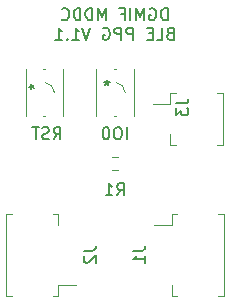
<source format=gbo>
G04 #@! TF.GenerationSoftware,KiCad,Pcbnew,(5.1.10)-1*
G04 #@! TF.CreationDate,2021-06-29T15:19:49+09:00*
G04 #@! TF.ProjectId,BLE_PPG_v1.1,424c455f-5050-4475-9f76-312e312e6b69,rev?*
G04 #@! TF.SameCoordinates,Original*
G04 #@! TF.FileFunction,Legend,Bot*
G04 #@! TF.FilePolarity,Positive*
%FSLAX46Y46*%
G04 Gerber Fmt 4.6, Leading zero omitted, Abs format (unit mm)*
G04 Created by KiCad (PCBNEW (5.1.10)-1) date 2021-06-29 15:19:49*
%MOMM*%
%LPD*%
G01*
G04 APERTURE LIST*
%ADD10C,0.150000*%
%ADD11C,0.120000*%
G04 APERTURE END LIST*
D10*
X111000000Y-133952380D02*
X111000000Y-132952380D01*
X110333333Y-132952380D02*
X110142857Y-132952380D01*
X110047619Y-133000000D01*
X109952380Y-133095238D01*
X109904761Y-133285714D01*
X109904761Y-133619047D01*
X109952380Y-133809523D01*
X110047619Y-133904761D01*
X110142857Y-133952380D01*
X110333333Y-133952380D01*
X110428571Y-133904761D01*
X110523809Y-133809523D01*
X110571428Y-133619047D01*
X110571428Y-133285714D01*
X110523809Y-133095238D01*
X110428571Y-133000000D01*
X110333333Y-132952380D01*
X109285714Y-132952380D02*
X109190476Y-132952380D01*
X109095238Y-133000000D01*
X109047619Y-133047619D01*
X109000000Y-133142857D01*
X108952380Y-133333333D01*
X108952380Y-133571428D01*
X109000000Y-133761904D01*
X109047619Y-133857142D01*
X109095238Y-133904761D01*
X109190476Y-133952380D01*
X109285714Y-133952380D01*
X109380952Y-133904761D01*
X109428571Y-133857142D01*
X109476190Y-133761904D01*
X109523809Y-133571428D01*
X109523809Y-133333333D01*
X109476190Y-133142857D01*
X109428571Y-133047619D01*
X109380952Y-133000000D01*
X109285714Y-132952380D01*
X104797619Y-133952380D02*
X105130952Y-133476190D01*
X105369047Y-133952380D02*
X105369047Y-132952380D01*
X104988095Y-132952380D01*
X104892857Y-133000000D01*
X104845238Y-133047619D01*
X104797619Y-133142857D01*
X104797619Y-133285714D01*
X104845238Y-133380952D01*
X104892857Y-133428571D01*
X104988095Y-133476190D01*
X105369047Y-133476190D01*
X104416666Y-133904761D02*
X104273809Y-133952380D01*
X104035714Y-133952380D01*
X103940476Y-133904761D01*
X103892857Y-133857142D01*
X103845238Y-133761904D01*
X103845238Y-133666666D01*
X103892857Y-133571428D01*
X103940476Y-133523809D01*
X104035714Y-133476190D01*
X104226190Y-133428571D01*
X104321428Y-133380952D01*
X104369047Y-133333333D01*
X104416666Y-133238095D01*
X104416666Y-133142857D01*
X104369047Y-133047619D01*
X104321428Y-133000000D01*
X104226190Y-132952380D01*
X103988095Y-132952380D01*
X103845238Y-133000000D01*
X103559523Y-132952380D02*
X102988095Y-132952380D01*
X103273809Y-133952380D02*
X103273809Y-132952380D01*
X114452380Y-123877380D02*
X114452380Y-122877380D01*
X114214285Y-122877380D01*
X114071428Y-122925000D01*
X113976190Y-123020238D01*
X113928571Y-123115476D01*
X113880952Y-123305952D01*
X113880952Y-123448809D01*
X113928571Y-123639285D01*
X113976190Y-123734523D01*
X114071428Y-123829761D01*
X114214285Y-123877380D01*
X114452380Y-123877380D01*
X112928571Y-122925000D02*
X113023809Y-122877380D01*
X113166666Y-122877380D01*
X113309523Y-122925000D01*
X113404761Y-123020238D01*
X113452380Y-123115476D01*
X113500000Y-123305952D01*
X113500000Y-123448809D01*
X113452380Y-123639285D01*
X113404761Y-123734523D01*
X113309523Y-123829761D01*
X113166666Y-123877380D01*
X113071428Y-123877380D01*
X112928571Y-123829761D01*
X112880952Y-123782142D01*
X112880952Y-123448809D01*
X113071428Y-123448809D01*
X112452380Y-123877380D02*
X112452380Y-122877380D01*
X112119047Y-123591666D01*
X111785714Y-122877380D01*
X111785714Y-123877380D01*
X111309523Y-123877380D02*
X111309523Y-122877380D01*
X110500000Y-123353571D02*
X110833333Y-123353571D01*
X110833333Y-123877380D02*
X110833333Y-122877380D01*
X110357142Y-122877380D01*
X109214285Y-123877380D02*
X109214285Y-122877380D01*
X108880952Y-123591666D01*
X108547619Y-122877380D01*
X108547619Y-123877380D01*
X108071428Y-123877380D02*
X108071428Y-122877380D01*
X107833333Y-122877380D01*
X107690476Y-122925000D01*
X107595238Y-123020238D01*
X107547619Y-123115476D01*
X107500000Y-123305952D01*
X107500000Y-123448809D01*
X107547619Y-123639285D01*
X107595238Y-123734523D01*
X107690476Y-123829761D01*
X107833333Y-123877380D01*
X108071428Y-123877380D01*
X107071428Y-123877380D02*
X107071428Y-122877380D01*
X106833333Y-122877380D01*
X106690476Y-122925000D01*
X106595238Y-123020238D01*
X106547619Y-123115476D01*
X106500000Y-123305952D01*
X106500000Y-123448809D01*
X106547619Y-123639285D01*
X106595238Y-123734523D01*
X106690476Y-123829761D01*
X106833333Y-123877380D01*
X107071428Y-123877380D01*
X105500000Y-123782142D02*
X105547619Y-123829761D01*
X105690476Y-123877380D01*
X105785714Y-123877380D01*
X105928571Y-123829761D01*
X106023809Y-123734523D01*
X106071428Y-123639285D01*
X106119047Y-123448809D01*
X106119047Y-123305952D01*
X106071428Y-123115476D01*
X106023809Y-123020238D01*
X105928571Y-122925000D01*
X105785714Y-122877380D01*
X105690476Y-122877380D01*
X105547619Y-122925000D01*
X105500000Y-122972619D01*
X114666666Y-125003571D02*
X114523809Y-125051190D01*
X114476190Y-125098809D01*
X114428571Y-125194047D01*
X114428571Y-125336904D01*
X114476190Y-125432142D01*
X114523809Y-125479761D01*
X114619047Y-125527380D01*
X115000000Y-125527380D01*
X115000000Y-124527380D01*
X114666666Y-124527380D01*
X114571428Y-124575000D01*
X114523809Y-124622619D01*
X114476190Y-124717857D01*
X114476190Y-124813095D01*
X114523809Y-124908333D01*
X114571428Y-124955952D01*
X114666666Y-125003571D01*
X115000000Y-125003571D01*
X113523809Y-125527380D02*
X114000000Y-125527380D01*
X114000000Y-124527380D01*
X113190476Y-125003571D02*
X112857142Y-125003571D01*
X112714285Y-125527380D02*
X113190476Y-125527380D01*
X113190476Y-124527380D01*
X112714285Y-124527380D01*
X111523809Y-125527380D02*
X111523809Y-124527380D01*
X111142857Y-124527380D01*
X111047619Y-124575000D01*
X111000000Y-124622619D01*
X110952380Y-124717857D01*
X110952380Y-124860714D01*
X111000000Y-124955952D01*
X111047619Y-125003571D01*
X111142857Y-125051190D01*
X111523809Y-125051190D01*
X110523809Y-125527380D02*
X110523809Y-124527380D01*
X110142857Y-124527380D01*
X110047619Y-124575000D01*
X110000000Y-124622619D01*
X109952380Y-124717857D01*
X109952380Y-124860714D01*
X110000000Y-124955952D01*
X110047619Y-125003571D01*
X110142857Y-125051190D01*
X110523809Y-125051190D01*
X109000000Y-124575000D02*
X109095238Y-124527380D01*
X109238095Y-124527380D01*
X109380952Y-124575000D01*
X109476190Y-124670238D01*
X109523809Y-124765476D01*
X109571428Y-124955952D01*
X109571428Y-125098809D01*
X109523809Y-125289285D01*
X109476190Y-125384523D01*
X109380952Y-125479761D01*
X109238095Y-125527380D01*
X109142857Y-125527380D01*
X109000000Y-125479761D01*
X108952380Y-125432142D01*
X108952380Y-125098809D01*
X109142857Y-125098809D01*
X107904761Y-124527380D02*
X107571428Y-125527380D01*
X107238095Y-124527380D01*
X106380952Y-125527380D02*
X106952380Y-125527380D01*
X106666666Y-125527380D02*
X106666666Y-124527380D01*
X106761904Y-124670238D01*
X106857142Y-124765476D01*
X106952380Y-124813095D01*
X105952380Y-125432142D02*
X105904761Y-125479761D01*
X105952380Y-125527380D01*
X106000000Y-125479761D01*
X105952380Y-125432142D01*
X105952380Y-125527380D01*
X104952380Y-125527380D02*
X105523809Y-125527380D01*
X105238095Y-125527380D02*
X105238095Y-124527380D01*
X105333333Y-124670238D01*
X105428571Y-124765476D01*
X105523809Y-124813095D01*
D11*
X115240000Y-140265000D02*
X114790000Y-140265000D01*
X114790000Y-140265000D02*
X114790000Y-141215000D01*
X114790000Y-141215000D02*
X113300000Y-141215000D01*
X115240000Y-147235000D02*
X114790000Y-147235000D01*
X114790000Y-147235000D02*
X114790000Y-146285000D01*
X118760000Y-140265000D02*
X119210000Y-140265000D01*
X119210000Y-140265000D02*
X119210000Y-147235000D01*
X119210000Y-147235000D02*
X118760000Y-147235000D01*
X103914140Y-128044200D02*
X104085860Y-128044200D01*
X102425200Y-131955800D02*
X102425200Y-128044200D01*
X104085860Y-131955800D02*
X103914140Y-131955800D01*
X105574800Y-128044200D02*
X105574800Y-131955800D01*
X104123611Y-129158126D02*
G75*
G02*
X104850900Y-130000000I-123611J-841874D01*
G01*
X104832443Y-129823735D02*
G75*
G02*
X104850900Y-130000000I-832443J-176265D01*
G01*
X104123611Y-129158126D02*
G75*
G02*
X104850900Y-130000000I-123611J-841874D01*
G01*
X109914140Y-128044200D02*
X110085860Y-128044200D01*
X108425200Y-131955800D02*
X108425200Y-128044200D01*
X110085860Y-131955800D02*
X109914140Y-131955800D01*
X111574800Y-128044200D02*
X111574800Y-131955800D01*
X110123611Y-129158126D02*
G75*
G02*
X110850900Y-130000000I-123611J-841874D01*
G01*
X110832443Y-129823735D02*
G75*
G02*
X110850900Y-130000000I-832443J-176265D01*
G01*
X110123611Y-129158126D02*
G75*
G02*
X110850900Y-130000000I-123611J-841874D01*
G01*
X109762742Y-135477500D02*
X110237258Y-135477500D01*
X109762742Y-136522500D02*
X110237258Y-136522500D01*
X115140000Y-130015000D02*
X114690000Y-130015000D01*
X114690000Y-130015000D02*
X114690000Y-130965000D01*
X114690000Y-130965000D02*
X113200000Y-130965000D01*
X115140000Y-134485000D02*
X114690000Y-134485000D01*
X114690000Y-134485000D02*
X114690000Y-133535000D01*
X118660000Y-130015000D02*
X119110000Y-130015000D01*
X119110000Y-130015000D02*
X119110000Y-134485000D01*
X119110000Y-134485000D02*
X118660000Y-134485000D01*
X104760000Y-147235000D02*
X105210000Y-147235000D01*
X105210000Y-147235000D02*
X105210000Y-146285000D01*
X105210000Y-146285000D02*
X106700000Y-146285000D01*
X104760000Y-140265000D02*
X105210000Y-140265000D01*
X105210000Y-140265000D02*
X105210000Y-141215000D01*
X101240000Y-147235000D02*
X100790000Y-147235000D01*
X100790000Y-147235000D02*
X100790000Y-140265000D01*
X100790000Y-140265000D02*
X101240000Y-140265000D01*
D10*
X111552380Y-143416666D02*
X112266666Y-143416666D01*
X112409523Y-143369047D01*
X112504761Y-143273809D01*
X112552380Y-143130952D01*
X112552380Y-143035714D01*
X112552380Y-144416666D02*
X112552380Y-143845238D01*
X112552380Y-144130952D02*
X111552380Y-144130952D01*
X111695238Y-144035714D01*
X111790476Y-143940476D01*
X111838095Y-143845238D01*
X102752380Y-129500000D02*
X102990476Y-129500000D01*
X102895238Y-129261904D02*
X102990476Y-129500000D01*
X102895238Y-129738095D01*
X103180952Y-129357142D02*
X102990476Y-129500000D01*
X103180952Y-129642857D01*
X109300000Y-128952380D02*
X109300000Y-129190476D01*
X109538095Y-129095238D02*
X109300000Y-129190476D01*
X109061904Y-129095238D01*
X109442857Y-129380952D02*
X109300000Y-129190476D01*
X109157142Y-129380952D01*
X110166666Y-138702380D02*
X110500000Y-138226190D01*
X110738095Y-138702380D02*
X110738095Y-137702380D01*
X110357142Y-137702380D01*
X110261904Y-137750000D01*
X110214285Y-137797619D01*
X110166666Y-137892857D01*
X110166666Y-138035714D01*
X110214285Y-138130952D01*
X110261904Y-138178571D01*
X110357142Y-138226190D01*
X110738095Y-138226190D01*
X109214285Y-138702380D02*
X109785714Y-138702380D01*
X109500000Y-138702380D02*
X109500000Y-137702380D01*
X109595238Y-137845238D01*
X109690476Y-137940476D01*
X109785714Y-137988095D01*
X115202380Y-130916666D02*
X115916666Y-130916666D01*
X116059523Y-130869047D01*
X116154761Y-130773809D01*
X116202380Y-130630952D01*
X116202380Y-130535714D01*
X115202380Y-131297619D02*
X115202380Y-131916666D01*
X115583333Y-131583333D01*
X115583333Y-131726190D01*
X115630952Y-131821428D01*
X115678571Y-131869047D01*
X115773809Y-131916666D01*
X116011904Y-131916666D01*
X116107142Y-131869047D01*
X116154761Y-131821428D01*
X116202380Y-131726190D01*
X116202380Y-131440476D01*
X116154761Y-131345238D01*
X116107142Y-131297619D01*
X107352380Y-143416666D02*
X108066666Y-143416666D01*
X108209523Y-143369047D01*
X108304761Y-143273809D01*
X108352380Y-143130952D01*
X108352380Y-143035714D01*
X107447619Y-143845238D02*
X107400000Y-143892857D01*
X107352380Y-143988095D01*
X107352380Y-144226190D01*
X107400000Y-144321428D01*
X107447619Y-144369047D01*
X107542857Y-144416666D01*
X107638095Y-144416666D01*
X107780952Y-144369047D01*
X108352380Y-143797619D01*
X108352380Y-144416666D01*
M02*

</source>
